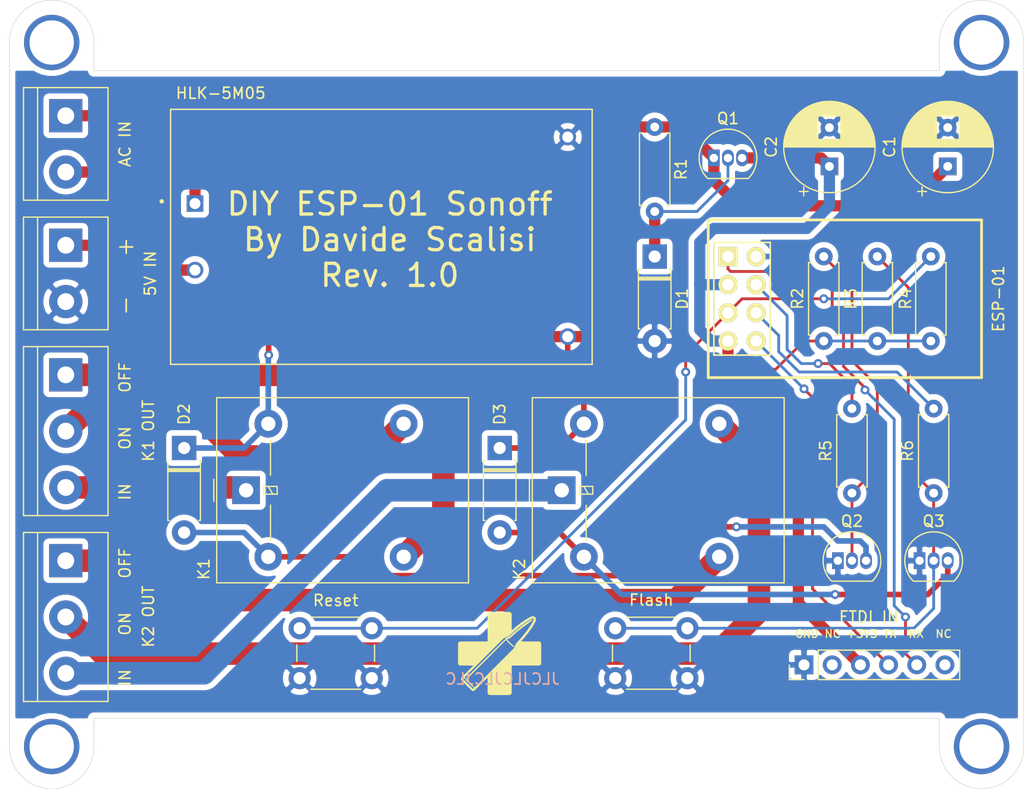
<source format=kicad_pcb>
(kicad_pcb (version 20211014) (generator pcbnew)
  (layers (0 "F.Cu" signal) (31 "B.Cu" signal) (34 "B.Paste" user) (35 "F.Paste" user) (36 "B.SilkS" user "B.Silkscreen") (37 "F.SilkS" user "F.Silkscreen") (38 "B.Mask" user) (39 "F.Mask" user) (44 "Edge.Cuts" user))
  (net 0 "")
  (net 1 "+5V")
  (net 2 "GND")
  (net 3 "+3V3")
  (net 4 "Net-(D1-Pad1)")
  (net 5 "Net-(D2-Pad2)")
  (net 6 "Net-(D3-Pad2)")
  (net 7 "Net-(J1-Pad1)")
  (net 8 "Net-(J5-Pad2)")
  (net 9 "TX")
  (net 10 "RX")
  (net 11 "Net-(J5-Pad6)")
  (net 12 "K1")
  (net 13 "K2")
  (net 14 "Net-(R4-Pad1)")
  (net 15 "Net-(J1-Pad2)")
  (net 16 "K1_OFF")
  (net 17 "K1_ON")
  (net 18 "K1_IN")
  (net 19 "K2_IN")
  (net 20 "K2_ON")
  (net 21 "K2_OFF")
  (net 22 "Net-(R5-Pad2)")
  (net 23 "Net-(R6-Pad2)")
  (footprint "TerminalBlock:TerminalBlock_bornier-2_P5.08mm" (layer "F.Cu") (at 113.03 77.724 -90)
    (fp_text reference "AC IN" (at 2.54 -5.334 90) (layer "F.SilkS"))
    (fp_text value "AC In")
    (pad "1" thru_hole rect locked (at 0 0 270) (size 3 3) (drill 1.52) (layers *.Cu *.Mask) (net 7 "Net-(J1-Pad1)"))
    (pad "2" thru_hole circle locked (at 5.08 0 270) (size 3 3) (drill 1.52) (layers *.Cu *.Mask) (net 15 "Net-(J1-Pad2)"))
  )
  (footprint "TerminalBlock:TerminalBlock_bornier-3_P5.08mm" (layer "F.Cu") (at 113.03 101.092 -90)
    (fp_text reference "K1 OUT" (at 5.05 -7.444 90) (layer "F.SilkS"))
    (fp_text value "K1 Out")
    (pad "1" thru_hole rect locked (at 0 0 270) (size 3 3) (drill 1.52) (layers *.Cu *.Mask) (net 16 "K1_OFF"))
    (pad "2" thru_hole circle locked (at 5.08 0 270) (size 3 3) (drill 1.52) (layers *.Cu *.Mask) (net 17 "K1_ON"))
    (pad "3" thru_hole circle locked (at 10.16 0 270) (size 3 3) (drill 1.52) (layers *.Cu *.Mask) (net 18 "K1_IN"))
  )
  (footprint "Button_Switch_THT:SW_PUSH_6mm_H5mm" (layer "F.Cu") (at 134.112 123.952)
    (fp_text reference "Reset" (at 3.25 -2.508) (layer "F.SilkS"))
    (fp_text value "Reset")
    (pad "1" thru_hole circle locked (at 6.5 0 90) (size 2 2) (drill 1.1) (layers *.Cu *.Mask) (net 14 "Net-(R4-Pad1)"))
    (pad "1" thru_hole circle locked (at 0 0 90) (size 2 2) (drill 1.1) (layers *.Cu *.Mask) (net 14 "Net-(R4-Pad1)"))
    (pad "2" thru_hole circle locked (at 6.5 4.5 90) (size 2 2) (drill 1.1) (layers *.Cu *.Mask) (net 2 "GND"))
    (pad "2" thru_hole circle locked (at 0 4.5 90) (size 2 2) (drill 1.1) (layers *.Cu *.Mask) (net 2 "GND"))
  )
  (footprint "Button_Switch_THT:SW_PUSH_6mm_H5mm" (layer "F.Cu") (at 169.06 128.452 180)
    (fp_text reference "Flash" (at 3.25 7.04) (layer "F.SilkS"))
    (fp_text value "Flash")
    (pad "1" thru_hole circle locked (at 0 0 270) (size 2 2) (drill 1.1) (layers *.Cu *.Mask) (net 2 "GND"))
    (pad "1" thru_hole circle locked (at 6.5 0 270) (size 2 2) (drill 1.1) (layers *.Cu *.Mask) (net 2 "GND"))
    (pad "2" thru_hole circle locked (at 0 4.5 270) (size 2 2) (drill 1.1) (layers *.Cu *.Mask) (net 13 "K2"))
    (pad "2" thru_hole circle locked (at 6.5 4.5 270) (size 2 2) (drill 1.1) (layers *.Cu *.Mask) (net 13 "K2"))
  )
  (footprint "Logo:Jugg" (layer "F.Cu") (at 152.146 126.238)
    (fp_text reference "G***" hide)
    (fp_text value "LOGO" hide)
  )
  (footprint "Resistor_THT:R_Axial_DIN0207_L6.3mm_D2.5mm_P7.62mm_Horizontal" (layer "F.Cu") (at 183.896 111.76 90)
    (fp_text reference "R5" (at 3.81 -2.37 90) (layer "F.SilkS"))
    (fp_text value "330" hide)
    (pad "1" thru_hole circle locked (at 0 0 90) (size 1.6 1.6) (drill 0.8) (layers *.Cu *.Mask) (net 12 "K1"))
    (pad "2" thru_hole oval locked (at 7.62 0 90) (size 1.6 1.6) (drill 0.8) (layers *.Cu *.Mask) (net 22 "Net-(R5-Pad2)"))
  )
  (footprint "Package_TO_SOT_THT:TO-92_Inline" (layer "F.Cu") (at 189.992 117.856)
    (fp_text reference "Q3" (at 1.27 -3.56) (layer "F.SilkS"))
    (fp_text value "2N7000")
    (pad "1" thru_hole rect locked (at 0 0) (size 1.05 1.5) (drill 0.75) (layers *.Cu *.Mask) (net 2 "GND"))
    (pad "2" thru_hole oval locked (at 1.27 0) (size 1.05 1.5) (drill 0.75) (layers *.Cu *.Mask) (net 13 "K2"))
    (pad "3" thru_hole oval locked (at 2.54 0) (size 1.05 1.5) (drill 0.75) (layers *.Cu *.Mask) (net 6 "Net-(D3-Pad2)"))
  )
  (footprint "Package_TO_SOT_THT:TO-92_Inline" (layer "F.Cu") (at 182.626 117.856)
    (fp_text reference "Q2" (at 1.27 -3.56) (layer "F.SilkS"))
    (fp_text value "2N7000")
    (pad "1" thru_hole rect locked (at 0 0) (size 1.05 1.5) (drill 0.75) (layers *.Cu *.Mask) (net 2 "GND"))
    (pad "2" thru_hole oval locked (at 1.27 0) (size 1.05 1.5) (drill 0.75) (layers *.Cu *.Mask) (net 12 "K1"))
    (pad "3" thru_hole oval locked (at 2.54 0) (size 1.05 1.5) (drill 0.75) (layers *.Cu *.Mask) (net 5 "Net-(D2-Pad2)"))
  )
  (footprint "Resistor_THT:R_Axial_DIN0207_L6.3mm_D2.5mm_P7.62mm_Horizontal" (layer "F.Cu") (at 191.262 111.76 90)
    (fp_text reference "R6" (at 3.81 -2.37 90) (layer "F.SilkS"))
    (fp_text value "330" hide)
    (pad "1" thru_hole circle locked (at 0 0 90) (size 1.6 1.6) (drill 0.8) (layers *.Cu *.Mask) (net 13 "K2"))
    (pad "2" thru_hole oval locked (at 7.62 0 90) (size 1.6 1.6) (drill 0.8) (layers *.Cu *.Mask) (net 23 "Net-(R6-Pad2)"))
  )
  (footprint "Diode_THT:D_DO-41_SOD81_P7.62mm_Horizontal" (layer "F.Cu") (at 166.116 90.424 -90)
    (fp_text reference "D1" (at 3.81 -2.47 90) (layer "F.SilkS"))
    (fp_text value "3.9V")
    (pad "1" thru_hole rect locked (at 0 0 270) (size 2.2 2.2) (drill 1.1) (layers *.Cu *.Mask) (net 4 "Net-(D1-Pad1)"))
    (pad "2" thru_hole oval locked (at 7.62 0 270) (size 2.2 2.2) (drill 1.1) (layers *.Cu *.Mask) (net 2 "GND"))
  )
  (footprint "TerminalBlock:TerminalBlock_bornier-2_P5.08mm" (layer "F.Cu") (at 113.03 89.408 -90)
    (fp_text reference "5V IN" (at 2.54 -7.62 90) (layer "F.SilkS"))
    (fp_text value "5V In")
    (pad "1" thru_hole rect locked (at 0 0 270) (size 3 3) (drill 1.52) (layers *.Cu *.Mask) (net 1 "+5V"))
    (pad "2" thru_hole circle locked (at 5.08 0 270) (size 3 3) (drill 1.52) (layers *.Cu *.Mask) (net 2 "GND"))
  )
  (footprint "TerminalBlock:TerminalBlock_bornier-3_P5.08mm" (layer "F.Cu") (at 113.03 117.856 -90)
    (fp_text reference "K2 OUT" (at 5.05 -7.444 90) (layer "F.SilkS"))
    (fp_text value "K2 Out")
    (pad "1" thru_hole rect locked (at 0 0 270) (size 3 3) (drill 1.52) (layers *.Cu *.Mask) (net 21 "K2_OFF"))
    (pad "2" thru_hole circle locked (at 5.08 0 270) (size 3 3) (drill 1.52) (layers *.Cu *.Mask) (net 20 "K2_ON"))
    (pad "3" thru_hole circle locked (at 10.16 0 270) (size 3 3) (drill 1.52) (layers *.Cu *.Mask) (net 19 "K2_IN"))
  )
  (footprint "Connector_PinHeader_2.54mm:PinHeader_1x06_P2.54mm_Vertical" (layer "F.Cu") (at 179.578 127.254 90)
    (fp_text reference "FTDI IN" (at 4.318 5.842 180) (layer "F.SilkS"))
    (fp_text value "Prog")
    (pad "1" thru_hole rect locked (at 0 0 90) (size 1.7 1.7) (drill 1) (layers *.Cu *.Mask) (net 2 "GND"))
    (pad "2" thru_hole oval locked (at 0 2.54 90) (size 1.7 1.7) (drill 1) (layers *.Cu *.Mask) (net 8 "Net-(J5-Pad2)"))
    (pad "3" thru_hole oval locked (at 0 5.08 90) (size 1.7 1.7) (drill 1) (layers *.Cu *.Mask) (net 3 "+3V3"))
    (pad "4" thru_hole oval locked (at 0 7.62 90) (size 1.7 1.7) (drill 1) (layers *.Cu *.Mask) (net 9 "TX"))
    (pad "5" thru_hole oval locked (at 0 10.16 90) (size 1.7 1.7) (drill 1) (layers *.Cu *.Mask) (net 10 "RX"))
    (pad "6" thru_hole oval locked (at 0 12.7 90) (size 1.7 1.7) (drill 1) (layers *.Cu *.Mask) (net 11 "Net-(J5-Pad6)"))
  )
  (footprint "Relay_THT:Relay_SPDT_Omron-G5LE-1" (layer "F.Cu") (at 129.286 111.506 90)
    (fp_text reference "K1" (at -7.112 -3.81 90) (layer "F.SilkS"))
    (fp_text value "72mA" hide)
    (pad "1" thru_hole rect locked (at 0 0 90) (size 2.5 2.5) (drill 1.3) (layers *.Cu *.Mask) (net 18 "K1_IN"))
    (pad "2" thru_hole oval locked (at -6 2 90) (size 2.5 2.5) (drill 1.3) (layers *.Cu *.Mask) (net 5 "Net-(D2-Pad2)"))
    (pad "3" thru_hole oval locked (at -6 14.2 90) (size 2.5 2.5) (drill 1.3) (layers *.Cu *.Mask) (net 16 "K1_OFF"))
    (pad "4" thru_hole oval locked (at 6 14.2 90) (size 2.5 2.5) (drill 1.3) (layers *.Cu *.Mask) (net 17 "K1_ON"))
    (pad "5" thru_hole oval locked (at 6 2 90) (size 2.5 2.5) (drill 1.3) (layers *.Cu *.Mask) (net 1 "+5V"))
  )
  (footprint "HLK-5M05:CONV_HLK-5M05" (layer "F.Cu") (at 141.478 88.646)
    (fp_text reference "HLK-5M05" (at -14.478 -12.954) (layer "F.SilkS"))
    (fp_text value "HLK-5M05")
    (pad "1" thru_hole rect locked (at -16.8 -3) (size 1.5 1.5) (drill 1) (layers *.Cu *.Mask) (net 7 "Net-(J1-Pad1)"))
    (pad "2" thru_hole circle locked (at -16.8 3) (size 1.5 1.5) (drill 1) (layers *.Cu *.Mask) (net 15 "Net-(J1-Pad2)"))
    (pad "3" thru_hole circle locked (at 16.8 -9) (size 1.5 1.5) (drill 1) (layers *.Cu *.Mask) (net 2 "GND"))
    (pad "4" thru_hole circle locked (at 16.8 9) (size 1.5 1.5) (drill 1) (layers *.Cu *.Mask) (net 1 "+5V"))
  )
  (footprint "Resistor_THT:R_Axial_DIN0207_L6.3mm_D2.5mm_P7.62mm_Horizontal" (layer "F.Cu") (at 166.116 78.74 -90)
    (fp_text reference "R1" (at 3.81 -2.37 90) (layer "F.SilkS"))
    (fp_text value "100")
    (pad "1" thru_hole circle locked (at 0 0 270) (size 1.6 1.6) (drill 0.8) (layers *.Cu *.Mask) (net 1 "+5V"))
    (pad "2" thru_hole oval locked (at 7.62 0 270) (size 1.6 1.6) (drill 0.8) (layers *.Cu *.Mask) (net 4 "Net-(D1-Pad1)"))
  )
  (footprint "Resistor_THT:R_Axial_DIN0207_L6.3mm_D2.5mm_P7.62mm_Horizontal" (layer "F.Cu") (at 181.356 98.044 90)
    (fp_text reference "R2" (at 3.81 -2.37 90) (layer "F.SilkS"))
    (fp_text value "10k" hide)
    (pad "1" thru_hole circle locked (at 0 0 90) (size 1.6 1.6) (drill 0.8) (layers *.Cu *.Mask) (net 3 "+3V3"))
    (pad "2" thru_hole oval locked (at 7.62 0 90) (size 1.6 1.6) (drill 0.8) (layers *.Cu *.Mask) (net 12 "K1"))
  )
  (footprint "Resistor_THT:R_Axial_DIN0207_L6.3mm_D2.5mm_P7.62mm_Horizontal" (layer "F.Cu") (at 186.182 98.044 90)
    (fp_text reference "R3" (at 3.81 -2.37 90) (layer "F.SilkS"))
    (fp_text value "10k" hide)
    (pad "1" thru_hole circle locked (at 0 0 90) (size 1.6 1.6) (drill 0.8) (layers *.Cu *.Mask) (net 3 "+3V3"))
    (pad "2" thru_hole oval locked (at 7.62 0 90) (size 1.6 1.6) (drill 0.8) (layers *.Cu *.Mask) (net 13 "K2"))
  )
  (footprint "Resistor_THT:R_Axial_DIN0207_L6.3mm_D2.5mm_P7.62mm_Horizontal" (layer "F.Cu") (at 191.008 90.424 -90)
    (fp_text reference "R4" (at 3.81 2.286 90) (layer "F.SilkS"))
    (fp_text value "10k" hide)
    (pad "1" thru_hole circle locked (at 0 0 270) (size 1.6 1.6) (drill 0.8) (layers *.Cu *.Mask) (net 14 "Net-(R4-Pad1)"))
    (pad "2" thru_hole oval locked (at 7.62 0 270) (size 1.6 1.6) (drill 0.8) (layers *.Cu *.Mask) (net 3 "+3V3"))
  )
  (footprint "kicad-ESP8266:ESP-01" (layer "F.Cu") (at 172.72 90.424)
    (fp_text reference "ESP-01" (at 24.384 3.81 270) (layer "F.SilkS"))
    (fp_text value "ESP-01" hide)
    (pad "1" thru_hole rect locked (at 0 0) (size 1.7272 1.7272) (drill 1.016) (layers *.Cu *.Mask "F.SilkS") (net 10 "RX"))
    (pad "2" thru_hole oval locked (at 2.54 0) (size 1.7272 1.7272) (drill 1.016) (layers *.Cu *.Mask "F.SilkS") (net 2 "GND"))
    (pad "3" thru_hole oval locked (at 0 2.54) (size 1.7272 1.7272) (drill 1.016) (layers *.Cu *.Mask "F.SilkS") (net 3 "+3V3"))
    (pad "4" thru_hole oval locked (at 2.54 2.54) (size 1.7272 1.7272) (drill 1.016) (layers *.Cu *.Mask "F.SilkS") (net 22 "Net-(R5-Pad2)"))
    (pad "5" thru_hole oval locked (at 0 5.08) (size 1.7272 1.7272) (drill 1.016) (layers *.Cu *.Mask "F.SilkS") (net 14 "Net-(R4-Pad1)"))
    (pad "6" thru_hole oval locked (at 2.54 5.08) (size 1.7272 1.7272) (drill 1.016) (layers *.Cu *.Mask "F.SilkS") (net 23 "Net-(R6-Pad2)"))
    (pad "7" thru_hole oval locked (at 0 7.62) (size 1.7272 1.7272) (drill 1.016) (layers *.Cu *.Mask "F.SilkS") (net 3 "+3V3"))
    (pad "8" thru_hole oval locked (at 2.54 7.62) (size 1.7272 1.7272) (drill 1.016) (layers *.Cu *.Mask "F.SilkS") (net 9 "TX"))
  )
  (footprint "Relay_THT:Relay_SPDT_Omron-G5LE-1" (layer "F.Cu") (at 157.734 111.506 90)
    (fp_text reference "K2" (at -7.112 -3.81 90) (layer "F.SilkS"))
    (fp_text value "72mA" hide)
    (pad "1" thru_hole rect locked (at 0 0 90) (size 2.5 2.5) (drill 1.3) (layers *.Cu *.Mask) (net 19 "K2_IN"))
    (pad "2" thru_hole oval locked (at -6 2 90) (size 2.5 2.5) (drill 1.3) (layers *.Cu *.Mask) (net 6 "Net-(D3-Pad2)"))
    (pad "3" thru_hole oval locked (at -6 14.2 90) (size 2.5 2.5) (drill 1.3) (layers *.Cu *.Mask) (net 21 "K2_OFF"))
    (pad "4" thru_hole oval locked (at 6 14.2 90) (size 2.5 2.5) (drill 1.3) (layers *.Cu *.Mask) (net 20 "K2_ON"))
    (pad "5" thru_hole oval locked (at 6 2 90) (size 2.5 2.5) (drill 1.3) (layers *.Cu *.Mask) (net 1 "+5V"))
  )
  (footprint "Diode_THT:D_DO-41_SOD81_P7.62mm_Horizontal" (layer "F.Cu") (at 152.146 107.696 -90)
    (fp_text reference "D3" (at -3.048 0 90) (layer "F.SilkS"))
    (fp_text value "1N4007" hide)
    (pad "1" thru_hole rect locked (at 0 0 270) (size 2.2 2.2) (drill 1.1) (layers *.Cu *.Mask) (net 1 "+5V"))
    (pad "2" thru_hole oval locked (at 7.62 0 270) (size 2.2 2.2) (drill 1.1) (layers *.Cu *.Mask) (net 6 "Net-(D3-Pad2)"))
  )
  (footprint "Diode_THT:D_DO-41_SOD81_P7.62mm_Horizontal" (layer "F.Cu") (at 123.698 107.696 -90)
    (fp_text reference "D2" (at -3.048 0 90) (layer "F.SilkS"))
    (fp_text value "1N4007" hide)
    (pad "1" thru_hole rect locked (at 0 0 270) (size 2.2 2.2) (drill 1.1) (layers *.Cu *.Mask) (net 1 "+5V"))
    (pad "2" thru_hole oval locked (at 7.62 0 270) (size 2.2 2.2) (drill 1.1) (layers *.Cu *.Mask) (net 5 "Net-(D2-Pad2)"))
  )
  (footprint "Package_TO_SOT_THT:TO-92_Inline" (layer "F.Cu") (at 171.45 81.534)
    (fp_text reference "Q1" (at 1.27 -3.56) (layer "F.SilkS"))
    (fp_text value "BC337" hide)
    (pad "1" thru_hole rect locked (at 0 0) (size 1.05 1.5) (drill 0.75) (layers *.Cu *.Mask) (net 1 "+5V"))
    (pad "2" thru_hole oval locked (at 1.27 0) (size 1.05 1.5) (drill 0.75) (layers *.Cu *.Mask) (net 4 "Net-(D1-Pad1)"))
    (pad "3" thru_hole oval locked (at 2.54 0) (size 1.05 1.5) (drill 0.75) (layers *.Cu *.Mask) (net 3 "+3V3"))
  )
  (footprint "Capacitor_THT:CP_Radial_D8.0mm_P3.50mm" (layer "F.Cu") (at 181.864 82.296 90)
    (fp_text reference "C2" (at 1.75 -5.25 90) (layer "F.SilkS"))
    (fp_text value "100u" hide)
    (pad "1" thru_hole rect locked (at 0 0 90) (size 1.6 1.6) (drill 0.8) (layers *.Cu *.Mask) (net 3 "+3V3"))
    (pad "2" thru_hole circle locked (at 3.5 0 90) (size 1.6 1.6) (drill 0.8) (layers *.Cu *.Mask) (net 2 "GND"))
  )
  (footprint "Capacitor_THT:CP_Radial_D8.0mm_P3.50mm" (layer "F.Cu") (at 192.532 82.296 90)
    (fp_text reference "C1" (at 1.75 -5.25 90) (layer "F.SilkS"))
    (fp_text value "100u")
    (pad "1" thru_hole rect locked (at 0 0 90) (size 1.6 1.6) (drill 0.8) (layers *.Cu *.Mask) (net 1 "+5V"))
    (pad "2" thru_hole circle locked (at 3.5 0 90) (size 1.6 1.6) (drill 0.8) (layers *.Cu *.Mask) (net 2 "GND"))
  )
  (gr_line (start 107.95 134.62) (end 107.95 73.66) (layer "Edge.Cuts") (width 0.05))
  (gr_arc (start 115.57 134.62) (mid 114.454077 137.314077) (end 111.76 138.43) (layer "Edge.Cuts") (width 0.05))
  (gr_arc (start 111.76 138.43) (mid 109.065923 137.314077) (end 107.95 134.62) (layer "Edge.Cuts") (width 0.05))
  (gr_arc (start 195.58 67.31) (mid 198.274077 68.425923) (end 199.39 71.12) (layer "Edge.Cuts") (width 0.05))
  (gr_line (start 115.57 73.66) (end 191.77 73.66) (layer "Edge.Cuts") (width 0.05))
  (gr_arc (start 191.77 71.12) (mid 192.885923 68.425923) (end 195.58 67.31) (layer "Edge.Cuts") (width 0.05))
  (gr_line (start 115.57 71.12) (end 115.57 73.66) (layer "Edge.Cuts") (width 0.05))
  (gr_arc (start 199.39 134.62) (mid 198.274077 137.314077) (end 195.58 138.43) (layer "Edge.Cuts") (width 0.05))
  (gr_arc (start 111.76 67.31) (mid 114.454077 68.425923) (end 115.57 71.12) (layer "Edge.Cuts") (width 0.05))
  (gr_line (start 191.77 134.62) (end 191.77 132.08) (layer "Edge.Cuts") (width 0.05))
  (gr_arc (start 107.95 71.12) (mid 109.065923 68.425923) (end 111.76 67.31) (layer "Edge.Cuts") (width 0.05))
  (gr_arc (start 195.58 138.43) (mid 192.885923 137.314077) (end 191.77 134.62) (layer "Edge.Cuts") (width 0.05))
  (gr_line (start 191.77 132.08) (end 115.57 132.08) (layer "Edge.Cuts") (width 0.05))
  (gr_line (start 191.77 73.66) (end 191.77 71.12) (layer "Edge.Cuts") (width 0.05))
  (gr_line (start 115.57 132.08) (end 115.57 134.62) (layer "Edge.Cuts") (width 0.05))
  (gr_line (start 199.39 71.12) (end 199.39 134.62) (layer "Edge.Cuts") (width 0.05))
  (gr_line (start 107.95 73.66) (end 107.95 71.12) (layer "Edge.Cuts") (width 0.05))
  (gr_text "JLCJLCJLCJLC" (at 152.4 128.524) (layer "B.SilkS") (effects (font (size 1 1)) (justify mirror)))
  (gr_text "-   +" (at 118.364 92.202 90) (layer "F.SilkS") (effects (font (size 1.5 1.5))))
  (gr_text "IN    ON    OFF" (at 118.364 122.936 90) (layer "F.SilkS") (effects (font (size 1 1))))
  (gr_text "IN    ON    OFF" (at 118.364 106.172 90) (layer "F.SilkS") (effects (font (size 1 1))))
  (gr_text "GND NC +3V3 TX  RX  NC" (at 178.689 124.46) (layer "F.SilkS") (effects (font (size 0.7 0.7) (thickness 0.12)) (justify left)))
  (gr_text "DIY ESP-01 Sonoff\nBy Davide Scalisi\nRev. 1.0" (at 142.24 88.9) (layer "F.SilkS") (effects (font (size 2 2) (thickness 0.3))))
  (via (at 195.58 71.12) (size 5) (drill 4) (layers "F.Cu" "B.Cu") (net 0))
  (via (at 195.58 134.62) (size 5) (drill 4) (layers "F.Cu" "B.Cu") (net 0))
  (via (at 111.76 71.12) (size 5) (drill 4) (layers "F.Cu" "B.Cu") (net 0))
  (via (at 111.76 134.62) (size 5) (drill 4) (layers "F.Cu" "B.Cu") (net 0))
  (segment (start 173.736 85.852) (end 188.976 85.852) (width 1.016) (layer "F.Cu") (net 1))
  (segment (start 125.332 97.646) (end 131.462 97.646) (width 1.016) (layer "F.Cu") (net 1))
  (segment (start 131.318 99.314) (end 131.318 97.79) (width 0.508) (layer "F.Cu") (net 1))
  (segment (start 161.18 97.646) (end 162.814 96.012) (width 1.016) (layer "F.Cu") (net 1))
  (segment (start 159.734 105.506) (end 159.734 103.092) (width 0.508) (layer "F.Cu") (net 1))
  (segment (start 168.656 78.74) (end 171.45 81.534) (width 1.016) (layer "F.Cu") (net 1))
  (segment (start 152.146 107.696) (end 157.544 107.696) (width 0.508) (layer "F.Cu") (net 1))
  (segment (start 113.03 89.408) (end 115.316 89.408) (width 1.016) (layer "F.Cu") (net 1))
  (segment (start 166.116 78.74) (end 168.656 78.74) (width 1.016) (layer "F.Cu") (net 1))
  (segment (start 162.814 79.756) (end 163.83 78.74) (width 1.016) (layer "F.Cu") (net 1))
  (segment (start 171.45 81.534) (end 171.45 83.566) (width 1.016) (layer "F.Cu") (net 1))
  (segment (start 171.45 83.566) (end 173.736 85.852) (width 1.016) (layer "F.Cu") (net 1))
  (segment (start 159.734 103.092) (end 158.278 101.636) (width 0.508) (layer "F.Cu") (net 1))
  (segment (start 123.554 97.646) (end 125.332 97.646) (width 1.016) (layer "F.Cu") (net 1))
  (segment (start 188.976 85.852) (end 192.532 82.296) (width 1.016) (layer "F.Cu") (net 1))
  (segment (start 158.278 97.646) (end 161.18 97.646) (width 1.016) (layer "F.Cu") (net 1))
  (segment (start 163.83 78.74) (end 166.116 78.74) (width 1.016) (layer "F.Cu") (net 1))
  (segment (start 115.316 89.408) (end 123.554 97.646) (width 1.016) (layer "F.Cu") (net 1))
  (segment (start 162.814 96.012) (end 162.814 79.756) (width 1.016) (layer "F.Cu") (net 1))
  (segment (start 131.462 97.646) (end 158.278 97.646) (width 1.016) (layer "F.Cu") (net 1))
  (segment (start 158.278 101.636) (end 158.278 97.646) (width 0.508) (layer "F.Cu") (net 1))
  (segment (start 157.544 107.696) (end 159.734 105.506) (width 0.508) (layer "F.Cu") (net 1))
  (segment (start 131.318 97.79) (end 131.462 97.646) (width 0.508) (layer "F.Cu") (net 1))
  (via (at 131.318 99.314) (size 0.8) (drill 0.4) (layers "F.Cu" "B.Cu") (net 1))
  (segment (start 123.698 107.696) (end 129.096 107.696) (width 0.508) (layer "B.Cu") (net 1))
  (segment (start 131.286 105.506) (end 131.286 99.346) (width 0.508) (layer "B.Cu") (net 1))
  (segment (start 131.286 99.346) (end 131.318 99.314) (width 0.508) (layer "B.Cu") (net 1))
  (segment (start 129.096 107.696) (end 131.286 105.506) (width 0.508) (layer "B.Cu") (net 1))
  (segment (start 173.99 81.534) (end 181.102 81.534) (width 1.016) (layer "F.Cu") (net 3))
  (segment (start 179.07 121.666) (end 184.658 127.254) (width 1.016) (layer "F.Cu") (net 3))
  (segment (start 177.038 100.584) (end 172.72 100.584) (width 0.254) (layer "F.Cu") (net 3))
  (segment (start 172.72 98.044) (end 172.72 100.584) (width 1.016) (layer "F.Cu") (net 3))
  (segment (start 179.07 109.22) (end 179.07 121.666) (width 1.016) (layer "F.Cu") (net 3))
  (segment (start 172.72 100.584) (end 172.72 102.87) (width 1.016) (layer "F.Cu") (net 3))
  (segment (start 179.578 98.044) (end 177.038 100.584) (width 0.254) (layer "F.Cu") (net 3))
  (segment (start 181.356 98.044) (end 179.578 98.044) (width 0.254) (layer "F.Cu") (net 3))
  (segment (start 181.102 81.534) (end 181.864 82.296) (width 1.016) (layer "F.Cu") (net 3))
  (segment (start 172.72 102.87) (end 179.07 109.22) (width 1.016) (layer "F.Cu") (net 3))
  (segment (start 172.974 100.33) (end 172.72 100.584) (width 0.508) (layer "F.Cu") (net 3))
  (segment (start 171.45 87.884) (end 179.832 87.884) (width 1.016) (layer "B.Cu") (net 3))
  (segment (start 171.196 98.044) (end 172.72 98.044) (width 1.016) (layer "B.Cu") (net 3))
  (segment (start 179.832 87.884) (end 181.864 85.852) (width 1.016) (layer "B.Cu") (net 3))
  (segment (start 181.864 85.852) (end 181.864 82.296) (width 1.016) (layer "B.Cu") (net 3))
  (segment (start 171.45 87.884) (end 170.18 89.154) (width 1.016) (layer "B.Cu") (net 3))
  (segment (start 170.18 89.154) (end 170.18 92.964) (width 1.016) (layer "B.Cu") (net 3))
  (segment (start 170.18 97.028) (end 171.196 98.044) (width 1.016) (layer "B.Cu") (net 3))
  (segment (start 172.72 92.964) (end 170.18 92.964) (width 1.016) (layer "B.Cu") (net 3))
  (segment (start 181.356 98.044) (end 186.182 98.044) (width 0.254) (layer "B.Cu") (net 3))
  (segment (start 170.18 92.964) (end 170.18 97.028) (width 1.016) (layer "B.Cu") (net 3))
  (segment (start 186.182 98.044) (end 191.008 98.044) (width 0.254) (layer "B.Cu") (net 3))
  (segment (start 166.116 86.36) (end 166.116 90.424) (width 1.016) (layer "F.Cu") (net 4))
  (segment (start 166.116 86.36) (end 169.926 86.36) (width 0.254) (layer "B.Cu") (net 4))
  (segment (start 172.72 83.566) (end 172.72 81.534) (width 0.254) (layer "B.Cu") (net 4))
  (segment (start 169.926 86.36) (end 172.72 83.566) (width 0.254) (layer "B.Cu") (net 4))
  (segment (start 171.196 114.808) (end 173.482 114.808) (width 0.508) (layer "F.Cu") (net 5))
  (segment (start 140.112 117.506) (end 141.816001 119.210001) (width 0.508) (layer "F.Cu") (net 5))
  (segment (start 131.286 117.506) (end 140.112 117.506) (width 0.508) (layer "F.Cu") (net 5))
  (segment (start 141.816001 119.210001) (end 166.793999 119.210001) (width 0.508) (layer "F.Cu") (net 5))
  (segment (start 166.793999 119.210001) (end 171.196 114.808) (width 0.508) (layer "F.Cu") (net 5))
  (via (at 173.482 114.808) (size 0.8) (drill 0.4) (layers "F.Cu" "B.Cu") (net 5))
  (segment (start 182.626 116.078) (end 184.646 116.078) (width 0.508) (layer "B.Cu") (net 5))
  (segment (start 185.166 116.598) (end 185.166 117.856) (width 0.508) (layer "B.Cu") (net 5))
  (segment (start 123.698 115.316) (end 129.096 115.316) (width 0.508) (layer "B.Cu") (net 5))
  (segment (start 173.482 114.808) (end 181.356 114.808) (width 0.508) (layer "B.Cu") (net 5))
  (segment (start 184.646 116.078) (end 185.166 116.598) (width 0.508) (layer "B.Cu") (net 5))
  (segment (start 129.096 115.316) (end 131.286 117.506) (width 0.508) (layer "B.Cu") (net 5))
  (segment (start 181.356 114.808) (end 182.626 116.078) (width 0.508) (layer "B.Cu") (net 5))
  (segment (start 192.532 117.856) (end 192.532 119.114) (width 0.508) (layer "F.Cu") (net 6))
  (segment (start 157.544 115.316) (end 159.734 117.506) (width 0.508) (layer "F.Cu") (net 6))
  (segment (start 152.146 115.316) (end 157.544 115.316) (width 0.508) (layer "F.Cu") (net 6))
  (segment (start 192.532 119.114) (end 190.742 120.904) (width 0.508) (layer "F.Cu") (net 6))
  (segment (start 190.742 120.904) (end 182.372 120.904) (width 0.508) (layer "F.Cu") (net 6))
  (via (at 182.372 120.904) (size 0.8) (drill 0.4) (layers "F.Cu" "B.Cu") (net 6))
  (segment (start 163.132 120.904) (end 159.734 117.506) (width 0.508) (layer "B.Cu") (net 6))
  (segment (start 182.372 120.904) (end 163.132 120.904) (width 0.508) (layer "B.Cu") (net 6))
  (segment (start 124.678 82.006) (end 124.678 85.646) (width 1.016) (layer "F.Cu") (net 7))
  (segment (start 113.03 77.724) (end 120.396 77.724) (width 1.016) (layer "F.Cu") (net 7))
  (segment (start 120.396 77.724) (end 124.678 82.006) (width 1.016) (layer "F.Cu") (net 7))
  (segment (start 180.34 120.396) (end 187.198 127.254) (width 0.254) (layer "F.Cu") (net 9))
  (segment (start 179.578 102.362) (end 180.34 103.124) (width 0.254) (layer "F.Cu") (net 9))
  (segment (start 180.34 103.124) (end 180.34 120.396) (width 0.254) (layer "F.Cu") (net 9))
  (via (at 179.578 102.362) (size 0.8) (drill 0.4) (layers "F.Cu" "B.Cu") (net 9))
  (segment (start 175.26 98.044) (end 179.578 102.362) (width 0.254) (layer "B.Cu") (net 9))
  (segment (start 183.134 100.33) (end 185.07013 102.26613) (width 0.254) (layer "F.Cu") (net 10))
  (segment (start 180.927399 91.773399) (end 182.118 92.964) (width 0.254) (layer "F.Cu") (net 10))
  (segment (start 183.134 97.028) (end 183.134 100.33) (width 0.254) (layer "F.Cu") (net 10))
  (segment (start 182.118 92.964) (end 182.118 96.012) (width 0.254) (layer "F.Cu") (net 10))
  (segment (start 185.07013 102.26613) (end 185.07013 102.45787) (width 0.254) (layer "F.Cu") (net 10))
  (segment (start 188.722 126.238) (end 189.738 127.254) (width 0.254) (layer "F.Cu") (net 10))
  (segment (start 172.72 91.5416) (end 172.951799 91.773399) (width 0.254) (layer "F.Cu") (net 10))
  (segment (start 188.722 122.936) (end 188.722 126.238) (width 0.254) (layer "F.Cu") (net 10))
  (segment (start 172.72 90.424) (end 172.72 91.5416) (width 0.254) (layer "F.Cu") (net 10))
  (segment (start 172.951799 91.773399) (end 180.927399 91.773399) (width 0.254) (layer "F.Cu") (net 10))
  (segment (start 182.118 96.012) (end 183.134 97.028) (width 0.254) (layer "F.Cu") (net 10))
  (via (at 185.07013 102.45787) (size 0.8) (drill 0.4) (layers "F.Cu" "B.Cu") (net 10))
  (via (at 188.722 122.936) (size 0.8) (drill 0.4) (layers "F.Cu" "B.Cu") (net 10))
  (segment (start 187.706 121.92) (end 188.722 122.936) (width 0.254) (layer "B.Cu") (net 10))
  (segment (start 187.706 105.09374) (end 187.706 115.57) (width 0.254) (layer "B.Cu") (net 10))
  (segment (start 187.706 115.57) (end 187.706 121.92) (width 0.254) (layer "B.Cu") (net 10))
  (segment (start 185.07013 102.45787) (end 187.706 105.09374) (width 0.254) (layer "B.Cu") (net 10))
  (segment (start 181.356 90.424) (end 183.896 92.964) (width 0.254) (layer "F.Cu") (net 12))
  (segment (start 186.182 109.474) (end 183.896 111.76) (width 0.254) (layer "F.Cu") (net 12))
  (segment (start 183.896 99.822) (end 186.182 102.108) (width 0.254) (layer "F.Cu") (net 12))
  (segment (start 183.896 92.964) (end 183.896 99.822) (width 0.254) (layer "F.Cu") (net 12))
  (segment (start 186.182 102.108) (end 186.182 109.474) (width 0.254) (layer "F.Cu") (net 12))
  (segment (start 183.896 111.76) (end 183.896 117.856) (width 0.254) (layer "F.Cu") (net 12))
  (segment (start 188.976 93.218) (end 186.182 90.424) (width 0.254) (layer "F.Cu") (net 13))
  (segment (start 191.262 111.76) (end 191.262 117.856) (width 0.254) (layer "F.Cu") (net 13))
  (segment (start 188.976 109.474) (end 188.976 93.218) (width 0.254) (layer "F.Cu") (net 13))
  (segment (start 191.262 111.76) (end 188.976 109.474) (width 0.254) (layer "F.Cu") (net 13))
  (segment (start 162.56 123.952) (end 169.06 123.952) (width 0.254) (layer "B.Cu") (net 13))
  (segment (start 169.06 123.952) (end 189.484 123.952) (width 0.254) (layer "B.Cu") (net 13))
  (segment (start 191.262 122.174) (end 191.262 117.856) (width 0.254) (layer "B.Cu") (net 13))
  (segment (start 189.484 123.952) (end 191.262 122.174) (width 0.254) (layer "B.Cu") (net 13))
  (segment (start 172.72 95.504) (end 168.91 99.314) (width 0.254) (layer "F.Cu") (net 14))
  (segment (start 172.72 95.504) (end 173.99 94.234) (width 0.254) (layer "F.Cu") (net 14))
  (segment (start 173.99 94.234) (end 177.546 94.234) (width 0.254) (layer "F.Cu") (net 14))
  (segment (start 168.91 99.314) (end 168.91 100.838) (width 0.254) (layer "F.Cu") (net 14))
  (segment (start 177.546 94.234) (end 181.356 94.234) (width 0.254) (layer "F.Cu") (net 14))
  (via (at 168.91 100.838) (size 0.8) (drill 0.4) (layers "F.Cu" "B.Cu") (net 14))
  (via (at 181.356 94.234) (size 0.8) (drill 0.4) (layers "F.Cu" "B.Cu") (net 14))
  (segment (start 181.356 94.234) (end 187.198 94.234) (width 0.254) (layer "B.Cu") (net 14))
  (segment (start 150.114 123.952) (end 140.612 123.952) (width 0.254) (layer "B.Cu") (net 14))
  (segment (start 168.91 100.838) (end 168.91 105.156) (width 0.254) (layer "B.Cu") (net 14))
  (segment (start 187.198 94.234) (end 191.008 90.424) (width 0.254) (layer "B.Cu") (net 14))
  (segment (start 168.91 105.156) (end 150.114 123.952) (width 0.254) (layer "B.Cu") (net 14))
  (segment (start 134.112 123.952) (end 140.612 123.952) (width 0.254) (layer "B.Cu") (net 14))
  (segment (start 121.158 90.424) (end 122.38 91.646) (width 1.016) (layer "F.Cu") (net 15))
  (segment (start 113.03 82.804) (end 119.888 82.804) (width 1.016) (layer "F.Cu") (net 15))
  (segment (start 122.38 91.646) (end 124.678 91.646) (width 1.016) (layer "F.Cu") (net 15))
  (segment (start 119.888 82.804) (end 121.158 84.074) (width 1.016) (layer "F.Cu") (net 15))
  (segment (start 121.158 84.074) (end 121.158 90.424) (width 1.016) (layer "F.Cu") (net 15))
  (segment (start 144.526 101.092) (end 147.066 103.632) (width 2.032) (layer "F.Cu") (net 16))
  (segment (start 113.03 101.092) (end 144.526 101.092) (width 2.032) (layer "F.Cu") (net 16))
  (segment (start 147.066 103.632) (end 147.066 113.926) (width 2.032) (layer "F.Cu") (net 16))
  (segment (start 147.066 113.926) (end 143.486 117.506) (width 2.032) (layer "F.Cu") (net 16))
  (segment (start 128.778 108.458) (end 140.534 108.458) (width 2.032) (layer "F.Cu") (net 17))
  (segment (start 124.992001 104.672001) (end 128.778 108.458) (width 2.032) (layer "F.Cu") (net 17))
  (segment (start 114.529999 104.672001) (end 124.992001 104.672001) (width 2.032) (layer "F.Cu") (net 17))
  (segment (start 113.03 106.172) (end 114.529999 104.672001) (width 2.032) (layer "F.Cu") (net 17))
  (segment (start 140.534 108.458) (end 143.486 105.506) (width 2.032) (layer "F.Cu") (net 17))
  (segment (start 129.032 111.252) (end 129.286 111.506) (width 2.032) (layer "F.Cu") (net 18))
  (segment (start 113.03 111.252) (end 129.032 111.252) (width 2.032) (layer "F.Cu") (net 18))
  (segment (start 125.476 128.016) (end 141.986 111.506) (width 2.032) (layer "B.Cu") (net 19))
  (segment (start 141.986 111.506) (end 157.734 111.506) (width 2.032) (layer "B.Cu") (net 19))
  (segment (start 113.03 128.016) (end 125.476 128.016) (width 2.032) (layer "B.Cu") (net 19))
  (segment (start 175.514 109.086) (end 171.934 105.506) (width 2.032) (layer "F.Cu") (net 20))
  (segment (start 175.514 122.428) (end 175.514 109.086) (width 2.032) (layer "F.Cu") (net 20))
  (segment (start 113.03 122.936) (end 116.329999 126.235999) (width 2.032) (layer "F.Cu") (net 20))
  (segment (start 116.329999 126.235999) (end 171.706001 126.235999) (width 2.032) (layer "F.Cu") (net 20))
  (segment (start 171.706001 126.235999) (end 175.514 122.428) (width 2.032) (layer "F.Cu") (net 20))
  (segment (start 122.174 121.412) (end 168.028 121.412) (width 2.032) (layer "F.Cu") (net 21))
  (segment (start 118.618 117.856) (end 122.174 121.412) (width 2.032) (layer "F.Cu") (net 21))
  (segment (start 168.028 121.412) (end 171.934 117.506) (width 2.032) (layer "F.Cu") (net 21))
  (segment (start 113.03 117.856) (end 118.618 117.856) (width 2.032) (layer "F.Cu") (net 21))
  (segment (start 180.848 100.076) (end 181.864 100.076) (width 0.254) (layer "F.Cu") (net 22))
  (segment (start 183.896 102.108) (end 183.896 104.14) (width 0.254) (layer "F.Cu") (net 22))
  (segment (start 181.864 100.076) (end 183.896 102.108) (width 0.254) (layer "F.Cu") (net 22))
  (via (at 180.848 100.076) (size 0.8) (drill 0.4) (layers "F.Cu" "B.Cu") (net 22))
  (segment (start 179.324 100.076) (end 180.848 100.076) (width 0.254) (layer "B.Cu") (net 22))
  (segment (start 175.26 92.964) (end 178.054 95.758) (width 0.254) (layer "B.Cu") (net 22))
  (segment (start 178.054 95.758) (end 178.054 98.806) (width 0.254) (layer "B.Cu") (net 22))
  (segment (start 178.054 98.806) (end 179.324 100.076) (width 0.254) (layer "B.Cu") (net 22))
  (segment (start 177.292 97.536) (end 177.292 99.000038) (width 0.254) (layer "B.Cu") (net 23))
  (segment (start 175.26 95.504) (end 177.292 97.536) (width 0.254) (layer "B.Cu") (net 23))
  (segment (start 179.129962 100.838) (end 187.96 100.838) (width 0.254) (layer "B.Cu") (net 23))
  (segment (start 187.96 100.838) (end 191.262 104.14) (width 0.254) (layer "B.Cu") (net 23))
  (segment (start 177.292 99.000038) (end 179.129962 100.838) (width 0.254) (layer "B.Cu") (net 23))
  (zone (net 2) (net_name "GND") (layer "B.Cu") (connect_pads (clearance 0.508)) (min_thickness 0.254) (fill yes (thermal_gap 0.508) (thermal_bridge_width 0.508))
    (polygon (pts (xy 199.39 132.08) (xy 107.95 132.08) (xy 107.95 73.66) (xy 199.39 73.66)))
  )
)
</source>
